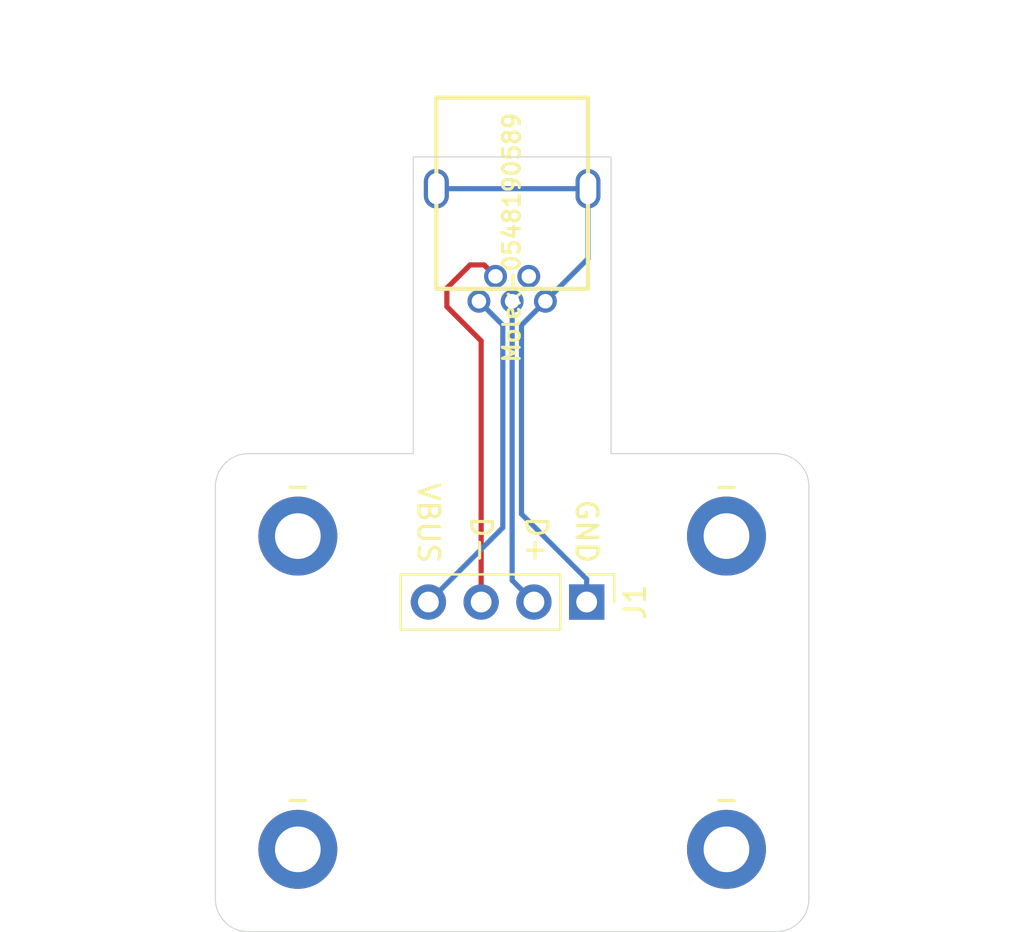
<source format=kicad_pcb>
(kicad_pcb (version 20171130) (host pcbnew "(5.1.2-1)-1")

  (general
    (thickness 1.6)
    (drawings 20)
    (tracks 18)
    (zones 0)
    (modules 6)
    (nets 6)
  )

  (page A4)
  (layers
    (0 F.Cu signal)
    (31 B.Cu signal)
    (32 B.Adhes user)
    (33 F.Adhes user)
    (34 B.Paste user)
    (35 F.Paste user)
    (36 B.SilkS user)
    (37 F.SilkS user)
    (38 B.Mask user)
    (39 F.Mask user)
    (40 Dwgs.User user)
    (41 Cmts.User user)
    (42 Eco1.User user)
    (43 Eco2.User user)
    (44 Edge.Cuts user)
    (45 Margin user)
    (46 B.CrtYd user)
    (47 F.CrtYd user)
    (48 B.Fab user)
    (49 F.Fab user)
  )

  (setup
    (last_trace_width 0.25)
    (trace_clearance 0.2)
    (zone_clearance 0.508)
    (zone_45_only no)
    (trace_min 0.2)
    (via_size 0.8)
    (via_drill 0.4)
    (via_min_size 0.4)
    (via_min_drill 0.3)
    (uvia_size 0.3)
    (uvia_drill 0.1)
    (uvias_allowed no)
    (uvia_min_size 0.2)
    (uvia_min_drill 0.1)
    (edge_width 0.05)
    (segment_width 0.2)
    (pcb_text_width 0.3)
    (pcb_text_size 1.5 1.5)
    (mod_edge_width 0.12)
    (mod_text_size 1 1)
    (mod_text_width 0.15)
    (pad_size 1.524 1.524)
    (pad_drill 0.762)
    (pad_to_mask_clearance 0.051)
    (solder_mask_min_width 0.25)
    (aux_axis_origin 0 0)
    (visible_elements FFFFFF7F)
    (pcbplotparams
      (layerselection 0x010f0_ffffffff)
      (usegerberextensions true)
      (usegerberattributes false)
      (usegerberadvancedattributes false)
      (creategerberjobfile false)
      (excludeedgelayer true)
      (linewidth 0.100000)
      (plotframeref false)
      (viasonmask false)
      (mode 1)
      (useauxorigin false)
      (hpglpennumber 1)
      (hpglpenspeed 20)
      (hpglpendiameter 15.000000)
      (psnegative false)
      (psa4output false)
      (plotreference true)
      (plotvalue true)
      (plotinvisibletext false)
      (padsonsilk false)
      (subtractmaskfromsilk true)
      (outputformat 1)
      (mirror false)
      (drillshape 0)
      (scaleselection 1)
      (outputdirectory "Gerber/"))
  )

  (net 0 "")
  (net 1 "Net-(J1-Pad4)")
  (net 2 "Net-(J1-Pad3)")
  (net 3 "Net-(J1-Pad2)")
  (net 4 "Net-(J1-Pad1)")
  (net 5 "Net-(USB1-Pad2)")

  (net_class Default "This is the default net class."
    (clearance 0.2)
    (trace_width 0.25)
    (via_dia 0.8)
    (via_drill 0.4)
    (uvia_dia 0.3)
    (uvia_drill 0.1)
    (add_net "Net-(J1-Pad1)")
    (add_net "Net-(J1-Pad2)")
    (add_net "Net-(J1-Pad3)")
    (add_net "Net-(J1-Pad4)")
    (add_net "Net-(USB1-Pad2)")
  )

  (module Keebio-Parts:USB-Mini-B_2leg (layer F.Cu) (tedit 5BABAD77) (tstamp 5D567DDF)
    (at 154.78125 32.54375 180)
    (path /5D57ACF4)
    (fp_text reference USB1 (at -0.02 -4.1) (layer F.SilkS) hide
      (effects (font (size 1.5 1.5) (thickness 0.15)))
    )
    (fp_text value Molex-0548190589 (at 0.02 2.46 270) (layer F.SilkS)
      (effects (font (size 0.8 0.8) (thickness 0.15)))
    )
    (fp_line (start 3.65 9.2) (end 3.65 0) (layer F.SilkS) (width 0.2))
    (fp_line (start -3.65 9.2) (end 3.65 9.2) (layer F.SilkS) (width 0.2))
    (fp_line (start -3.65 0) (end -3.65 9.2) (layer F.SilkS) (width 0.2))
    (fp_line (start 3.65 0) (end -3.65 0) (layer F.SilkS) (width 0.2))
    (pad 1 thru_hole circle (at -1.6 -0.6 180) (size 1.1 1.1) (drill 0.7) (layers *.Cu *.Mask)
      (net 4 "Net-(J1-Pad1)"))
    (pad 2 thru_hole circle (at -0.8 0.6 180) (size 1.1 1.1) (drill 0.7) (layers *.Cu *.Mask)
      (net 5 "Net-(USB1-Pad2)"))
    (pad 3 thru_hole circle (at 0 -0.6 180) (size 1.1 1.1) (drill 0.7) (layers *.Cu *.Mask)
      (net 3 "Net-(J1-Pad2)"))
    (pad 4 thru_hole circle (at 0.8 0.6 180) (size 1.1 1.1) (drill 0.7) (layers *.Cu *.Mask)
      (net 2 "Net-(J1-Pad3)"))
    (pad 5 thru_hole circle (at 1.6 -0.6 180) (size 1.1 1.1) (drill 0.7) (layers *.Cu *.Mask)
      (net 1 "Net-(J1-Pad4)"))
    (pad 6 thru_hole oval (at -3.65 4.82 180) (size 1.2 1.9) (drill oval 0.8 1.5) (layers *.Cu *.Mask)
      (net 4 "Net-(J1-Pad1)"))
    (pad 6 thru_hole oval (at 3.65 4.82 180) (size 1.2 1.9) (drill oval 0.8 1.5) (layers *.Cu *.Mask)
      (net 4 "Net-(J1-Pad1)"))
  )

  (module MountingHole:MountingHole_2.2mm_M2_DIN965_Pad (layer F.Cu) (tedit 56D1B4CB) (tstamp 5D569941)
    (at 144.4625 44.45)
    (descr "Mounting Hole 2.2mm, M2, DIN965")
    (tags "mounting hole 2.2mm m2 din965")
    (attr virtual)
    (fp_text reference _ (at 0 -2.9) (layer F.SilkS)
      (effects (font (size 1 1) (thickness 0.15)))
    )
    (fp_text value MountingHole_2.2mm_M2_DIN965_Pad (at 0 2.9) (layer F.Fab)
      (effects (font (size 1 1) (thickness 0.15)))
    )
    (fp_circle (center 0 0) (end 2.15 0) (layer F.CrtYd) (width 0.05))
    (fp_circle (center 0 0) (end 1.9 0) (layer Cmts.User) (width 0.15))
    (fp_text user %R (at 0.3 0) (layer F.Fab)
      (effects (font (size 1 1) (thickness 0.15)))
    )
    (pad 1 thru_hole circle (at 0 0) (size 3.8 3.8) (drill 2.2) (layers *.Cu *.Mask))
  )

  (module MountingHole:MountingHole_2.2mm_M2_DIN965_Pad (layer F.Cu) (tedit 56D1B4CB) (tstamp 5D56991D)
    (at 165.1 44.45)
    (descr "Mounting Hole 2.2mm, M2, DIN965")
    (tags "mounting hole 2.2mm m2 din965")
    (attr virtual)
    (fp_text reference _ (at 0 -2.9) (layer F.SilkS)
      (effects (font (size 1 1) (thickness 0.15)))
    )
    (fp_text value MountingHole_2.2mm_M2_DIN965_Pad (at 0 2.9) (layer F.Fab)
      (effects (font (size 1 1) (thickness 0.15)))
    )
    (fp_circle (center 0 0) (end 2.15 0) (layer F.CrtYd) (width 0.05))
    (fp_circle (center 0 0) (end 1.9 0) (layer Cmts.User) (width 0.15))
    (fp_text user %R (at 0.3 0) (layer F.Fab)
      (effects (font (size 1 1) (thickness 0.15)))
    )
    (pad 1 thru_hole circle (at 0 0) (size 3.8 3.8) (drill 2.2) (layers *.Cu *.Mask))
  )

  (module MountingHole:MountingHole_2.2mm_M2_DIN965_Pad (layer F.Cu) (tedit 56D1B4CB) (tstamp 5D5698F9)
    (at 165.1 59.53125)
    (descr "Mounting Hole 2.2mm, M2, DIN965")
    (tags "mounting hole 2.2mm m2 din965")
    (attr virtual)
    (fp_text reference _ (at 0 -2.9) (layer F.SilkS)
      (effects (font (size 1 1) (thickness 0.15)))
    )
    (fp_text value MountingHole_2.2mm_M2_DIN965_Pad (at 0 2.9) (layer F.Fab)
      (effects (font (size 1 1) (thickness 0.15)))
    )
    (fp_circle (center 0 0) (end 2.15 0) (layer F.CrtYd) (width 0.05))
    (fp_circle (center 0 0) (end 1.9 0) (layer Cmts.User) (width 0.15))
    (fp_text user %R (at 0.3 0) (layer F.Fab)
      (effects (font (size 1 1) (thickness 0.15)))
    )
    (pad 1 thru_hole circle (at 0 0) (size 3.8 3.8) (drill 2.2) (layers *.Cu *.Mask))
  )

  (module MountingHole:MountingHole_2.2mm_M2_DIN965_Pad (layer F.Cu) (tedit 56D1B4CB) (tstamp 5D5698CD)
    (at 144.4625 59.53125)
    (descr "Mounting Hole 2.2mm, M2, DIN965")
    (tags "mounting hole 2.2mm m2 din965")
    (attr virtual)
    (fp_text reference _ (at 0 -2.9) (layer F.SilkS)
      (effects (font (size 1 1) (thickness 0.15)))
    )
    (fp_text value MountingHole_2.2mm_M2_DIN965_Pad (at 0 2.9) (layer F.Fab)
      (effects (font (size 1 1) (thickness 0.15)))
    )
    (fp_circle (center 0 0) (end 2.15 0) (layer F.CrtYd) (width 0.05))
    (fp_circle (center 0 0) (end 1.9 0) (layer Cmts.User) (width 0.15))
    (fp_text user %R (at 0.3 0) (layer F.Fab)
      (effects (font (size 1 1) (thickness 0.15)))
    )
    (pad 1 thru_hole circle (at 0 0) (size 3.8 3.8) (drill 2.2) (layers *.Cu *.Mask))
  )

  (module Connector_PinHeader_2.54mm:PinHeader_1x04_P2.54mm_Vertical (layer F.Cu) (tedit 59FED5CC) (tstamp 5D568617)
    (at 158.369 47.625 270)
    (descr "Through hole straight pin header, 1x04, 2.54mm pitch, single row")
    (tags "Through hole pin header THT 1x04 2.54mm single row")
    (path /5D579BB6)
    (fp_text reference J1 (at 0 -2.33 90) (layer F.SilkS)
      (effects (font (size 1 1) (thickness 0.15)))
    )
    (fp_text value Conn_01x04 (at 0 9.95 90) (layer F.Fab)
      (effects (font (size 1 1) (thickness 0.15)))
    )
    (fp_text user %R (at 0 3.81) (layer F.Fab)
      (effects (font (size 1 1) (thickness 0.15)))
    )
    (fp_line (start 1.8 -1.8) (end -1.8 -1.8) (layer F.CrtYd) (width 0.05))
    (fp_line (start 1.8 9.4) (end 1.8 -1.8) (layer F.CrtYd) (width 0.05))
    (fp_line (start -1.8 9.4) (end 1.8 9.4) (layer F.CrtYd) (width 0.05))
    (fp_line (start -1.8 -1.8) (end -1.8 9.4) (layer F.CrtYd) (width 0.05))
    (fp_line (start -1.33 -1.33) (end 0 -1.33) (layer F.SilkS) (width 0.12))
    (fp_line (start -1.33 0) (end -1.33 -1.33) (layer F.SilkS) (width 0.12))
    (fp_line (start -1.33 1.27) (end 1.33 1.27) (layer F.SilkS) (width 0.12))
    (fp_line (start 1.33 1.27) (end 1.33 8.95) (layer F.SilkS) (width 0.12))
    (fp_line (start -1.33 1.27) (end -1.33 8.95) (layer F.SilkS) (width 0.12))
    (fp_line (start -1.33 8.95) (end 1.33 8.95) (layer F.SilkS) (width 0.12))
    (fp_line (start -1.27 -0.635) (end -0.635 -1.27) (layer F.Fab) (width 0.1))
    (fp_line (start -1.27 8.89) (end -1.27 -0.635) (layer F.Fab) (width 0.1))
    (fp_line (start 1.27 8.89) (end -1.27 8.89) (layer F.Fab) (width 0.1))
    (fp_line (start 1.27 -1.27) (end 1.27 8.89) (layer F.Fab) (width 0.1))
    (fp_line (start -0.635 -1.27) (end 1.27 -1.27) (layer F.Fab) (width 0.1))
    (pad 4 thru_hole oval (at 0 7.62 270) (size 1.7 1.7) (drill 1) (layers *.Cu *.Mask)
      (net 1 "Net-(J1-Pad4)"))
    (pad 3 thru_hole oval (at 0 5.08 270) (size 1.7 1.7) (drill 1) (layers *.Cu *.Mask)
      (net 2 "Net-(J1-Pad3)"))
    (pad 2 thru_hole oval (at 0 2.54 270) (size 1.7 1.7) (drill 1) (layers *.Cu *.Mask)
      (net 3 "Net-(J1-Pad2)"))
    (pad 1 thru_hole rect (at 0 0 270) (size 1.7 1.7) (drill 1) (layers *.Cu *.Mask)
      (net 4 "Net-(J1-Pad1)"))
    (model ${KISYS3DMOD}/Connector_PinHeader_2.54mm.3dshapes/PinHeader_1x04_P2.54mm_Vertical.wrl
      (at (xyz 0 0 0))
      (scale (xyz 1 1 1))
      (rotate (xyz 0 0 0))
    )
  )

  (gr_text GND (at 158.369 45.847 270) (layer F.SilkS) (tstamp 5D6239EC)
    (effects (font (size 1 1) (thickness 0.15)) (justify right))
  )
  (gr_line (start 140.49375 43.65625) (end 140.49375 42.06875) (layer Edge.Cuts) (width 0.05) (tstamp 5D5CC4DF))
  (gr_arc (start 142.08125 42.06875) (end 142.08125 40.48125) (angle -90) (layer Edge.Cuts) (width 0.05))
  (gr_line (start 150.01875 40.48125) (end 142.08125 40.48125) (layer Edge.Cuts) (width 0.05))
  (gr_line (start 150.01875 26.19375) (end 150.01875 40.48125) (layer Edge.Cuts) (width 0.05))
  (gr_line (start 169.06875 43.65625) (end 169.06875 42.06875) (layer Edge.Cuts) (width 0.05) (tstamp 5D5CC4BA))
  (gr_arc (start 167.48125 42.06875) (end 169.06875 42.06875) (angle -90) (layer Edge.Cuts) (width 0.05))
  (gr_line (start 159.54375 40.48125) (end 167.48125 40.48125) (layer Edge.Cuts) (width 0.05))
  (gr_line (start 159.54375 26.19375) (end 159.54375 40.48125) (layer Edge.Cuts) (width 0.05))
  (gr_line (start 140.49375 43.65625) (end 140.49375 61.9125) (layer Edge.Cuts) (width 0.05) (tstamp 5D5CA243))
  (gr_line (start 169.06875 43.65625) (end 169.06875 61.9125) (layer Edge.Cuts) (width 0.05) (tstamp 5D5CA214))
  (dimension 9.525 (width 0.15) (layer Dwgs.User)
    (gr_text "9.525 mm" (at 154.78125 19.3375) (layer Dwgs.User)
      (effects (font (size 1 1) (thickness 0.15)))
    )
    (feature1 (pts (xy 159.54375 26.19375) (xy 159.54375 20.051079)))
    (feature2 (pts (xy 150.01875 26.19375) (xy 150.01875 20.051079)))
    (crossbar (pts (xy 150.01875 20.6375) (xy 159.54375 20.6375)))
    (arrow1a (pts (xy 159.54375 20.6375) (xy 158.417246 21.223921)))
    (arrow1b (pts (xy 159.54375 20.6375) (xy 158.417246 20.051079)))
    (arrow2a (pts (xy 150.01875 20.6375) (xy 151.145254 21.223921)))
    (arrow2b (pts (xy 150.01875 20.6375) (xy 151.145254 20.051079)))
  )
  (gr_line (start 159.54375 26.19375) (end 150.01875 26.19375) (layer Edge.Cuts) (width 0.05) (tstamp 5D5645EB))
  (gr_text D- (at 153.289 45.847 270) (layer F.SilkS)
    (effects (font (size 1 1) (thickness 0.15)) (justify right))
  )
  (gr_line (start 167.48125 63.5) (end 142.08125 63.5) (layer Edge.Cuts) (width 0.05) (tstamp 5D5684EF))
  (gr_arc (start 167.48125 61.9125) (end 167.48125 63.5) (angle -90) (layer Edge.Cuts) (width 0.05))
  (gr_arc (start 142.08125 61.9125) (end 140.49375 61.9125) (angle -90) (layer Edge.Cuts) (width 0.05))
  (gr_text GND (at 158.369 45.847 270) (layer F.SilkS)
    (effects (font (size 1 1) (thickness 0.15)) (justify right))
  )
  (gr_text D+ (at 155.956 45.847 270) (layer F.SilkS)
    (effects (font (size 1 1) (thickness 0.15)) (justify right))
  )
  (gr_text VBUS (at 150.749 45.847 270) (layer F.SilkS)
    (effects (font (size 1 1) (thickness 0.15)) (justify right))
  )

  (segment (start 150.749 47.625) (end 154.33124 44.04276) (width 0.25) (layer B.Cu) (net 1))
  (segment (start 154.33124 34.29374) (end 153.18125 33.14375) (width 0.25) (layer B.Cu) (net 1))
  (segment (start 154.33124 44.04276) (end 154.33124 34.29374) (width 0.25) (layer B.Cu) (net 1))
  (segment (start 153.431251 31.393751) (end 152.756249 31.393751) (width 0.25) (layer F.Cu) (net 2))
  (segment (start 153.98125 31.94375) (end 153.431251 31.393751) (width 0.25) (layer F.Cu) (net 2))
  (segment (start 152.756249 31.393751) (end 151.638 32.512) (width 0.25) (layer F.Cu) (net 2))
  (segment (start 151.638 32.512) (end 151.638 33.401) (width 0.25) (layer F.Cu) (net 2))
  (segment (start 153.289 35.052) (end 153.289 47.625) (width 0.25) (layer F.Cu) (net 2))
  (segment (start 151.638 33.401) (end 153.289 35.052) (width 0.25) (layer F.Cu) (net 2))
  (segment (start 154.78125 46.57725) (end 155.829 47.625) (width 0.25) (layer B.Cu) (net 3))
  (segment (start 154.78125 33.14375) (end 154.78125 46.57725) (width 0.25) (layer B.Cu) (net 3))
  (segment (start 158.369 46.525) (end 155.23126 43.38726) (width 0.25) (layer B.Cu) (net 4))
  (segment (start 158.369 47.625) (end 158.369 46.525) (width 0.25) (layer B.Cu) (net 4))
  (segment (start 155.23126 34.29374) (end 156.38125 33.14375) (width 0.25) (layer B.Cu) (net 4))
  (segment (start 155.23126 43.38726) (end 155.23126 34.29374) (width 0.25) (layer B.Cu) (net 4))
  (segment (start 151.13125 27.72375) (end 158.43125 27.72375) (width 0.25) (layer B.Cu) (net 4))
  (segment (start 158.43125 31.09375) (end 156.38125 33.14375) (width 0.25) (layer B.Cu) (net 4))
  (segment (start 158.43125 27.72375) (end 158.43125 31.09375) (width 0.25) (layer B.Cu) (net 4))

)

</source>
